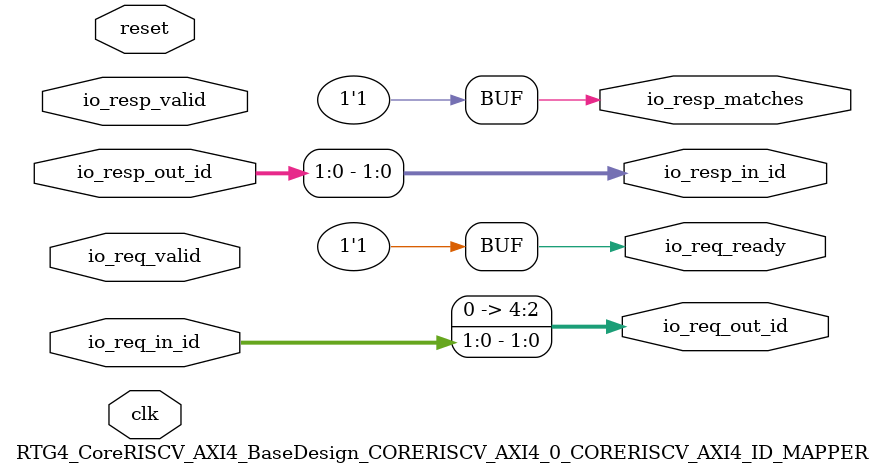
<source format=v>
`define RANDOMIZE
`timescale 1ns/10ps
module RTG4_CoreRISCV_AXI4_BaseDesign_CORERISCV_AXI4_0_CORERISCV_AXI4_ID_MAPPER(
  input   clk,
  input   reset,
  input   io_req_valid,
  output  io_req_ready,
  input  [1:0] io_req_in_id,
  output [4:0] io_req_out_id,
  input   io_resp_valid,
  output  io_resp_matches,
  input  [4:0] io_resp_out_id,
  output [1:0] io_resp_in_id
);
  assign io_req_ready = 1'h1;
  assign io_req_out_id = {{3'd0}, io_req_in_id};
  assign io_resp_matches = 1'h1;
  assign io_resp_in_id = io_resp_out_id[1:0];
endmodule

</source>
